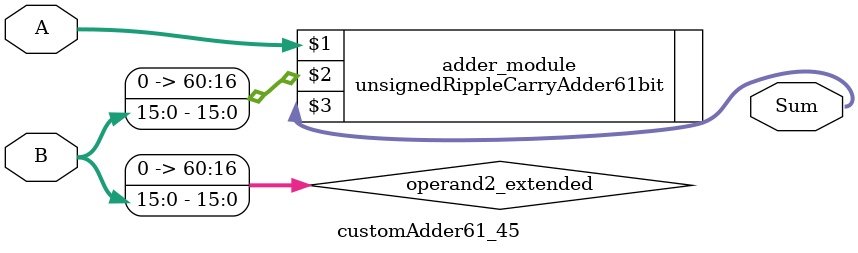
<source format=v>
module customAdder61_45(
                        input [60 : 0] A,
                        input [15 : 0] B,
                        
                        output [61 : 0] Sum
                );

        wire [60 : 0] operand2_extended;
        
        assign operand2_extended =  {45'b0, B};
        
        unsignedRippleCarryAdder61bit adder_module(
            A,
            operand2_extended,
            Sum
        );
        
        endmodule
        
</source>
